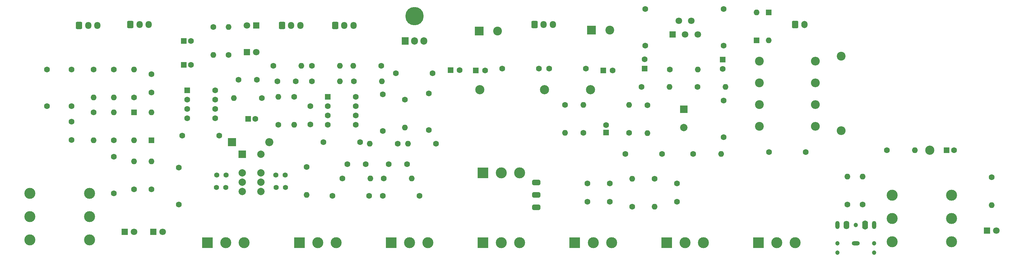
<source format=gbr>
%TF.GenerationSoftware,KiCad,Pcbnew,9.0.1*%
%TF.CreationDate,2025-09-01T21:50:29+02:00*%
%TF.ProjectId,my_mg10,6d795f6d-6731-4302-9e6b-696361645f70,rev?*%
%TF.SameCoordinates,Original*%
%TF.FileFunction,Soldermask,Top*%
%TF.FilePolarity,Negative*%
%FSLAX46Y46*%
G04 Gerber Fmt 4.6, Leading zero omitted, Abs format (unit mm)*
G04 Created by KiCad (PCBNEW 9.0.1) date 2025-09-01 21:50:29*
%MOMM*%
%LPD*%
G01*
G04 APERTURE LIST*
G04 Aperture macros list*
%AMRoundRect*
0 Rectangle with rounded corners*
0 $1 Rounding radius*
0 $2 $3 $4 $5 $6 $7 $8 $9 X,Y pos of 4 corners*
0 Add a 4 corners polygon primitive as box body*
4,1,4,$2,$3,$4,$5,$6,$7,$8,$9,$2,$3,0*
0 Add four circle primitives for the rounded corners*
1,1,$1+$1,$2,$3*
1,1,$1+$1,$4,$5*
1,1,$1+$1,$6,$7*
1,1,$1+$1,$8,$9*
0 Add four rect primitives between the rounded corners*
20,1,$1+$1,$2,$3,$4,$5,0*
20,1,$1+$1,$4,$5,$6,$7,0*
20,1,$1+$1,$6,$7,$8,$9,0*
20,1,$1+$1,$8,$9,$2,$3,0*%
%AMFreePoly0*
4,1,23,0.500000,-0.750000,0.000000,-0.750000,0.000000,-0.745722,-0.065263,-0.745722,-0.191342,-0.711940,-0.304381,-0.646677,-0.396677,-0.554381,-0.461940,-0.441342,-0.495722,-0.315263,-0.495722,-0.250000,-0.500000,-0.250000,-0.500000,0.250000,-0.495722,0.250000,-0.495722,0.315263,-0.461940,0.441342,-0.396677,0.554381,-0.304381,0.646677,-0.191342,0.711940,-0.065263,0.745722,0.000000,0.745722,
0.000000,0.750000,0.500000,0.750000,0.500000,-0.750000,0.500000,-0.750000,$1*%
%AMFreePoly1*
4,1,23,0.000000,0.745722,0.065263,0.745722,0.191342,0.711940,0.304381,0.646677,0.396677,0.554381,0.461940,0.441342,0.495722,0.315263,0.495722,0.250000,0.500000,0.250000,0.500000,-0.250000,0.495722,-0.250000,0.495722,-0.315263,0.461940,-0.441342,0.396677,-0.554381,0.304381,-0.646677,0.191342,-0.711940,0.065263,-0.745722,0.000000,-0.745722,0.000000,-0.750000,-0.500000,-0.750000,
-0.500000,0.750000,0.000000,0.750000,0.000000,0.745722,0.000000,0.745722,$1*%
G04 Aperture macros list end*
%ADD10FreePoly0,180.000000*%
%ADD11FreePoly1,180.000000*%
%ADD12C,1.600000*%
%ADD13R,1.800000X1.800000*%
%ADD14C,1.800000*%
%ADD15O,1.600000X1.600000*%
%ADD16C,2.500000*%
%ADD17C,3.000000*%
%ADD18R,1.600000X1.600000*%
%ADD19C,2.400000*%
%ADD20O,2.400000X2.400000*%
%ADD21R,3.000000X3.000000*%
%ADD22R,2.400000X2.400000*%
%ADD23R,2.200000X2.200000*%
%ADD24O,2.200000X2.200000*%
%ADD25RoundRect,0.250000X-0.600000X-0.725000X0.600000X-0.725000X0.600000X0.725000X-0.600000X0.725000X0*%
%ADD26O,1.700000X1.950000*%
%ADD27R,2.000000X2.000000*%
%ADD28C,2.000000*%
%ADD29C,0.800000*%
%ADD30C,5.000000*%
%ADD31RoundRect,0.250000X-0.550000X-0.550000X0.550000X-0.550000X0.550000X0.550000X-0.550000X0.550000X0*%
%ADD32FreePoly0,0.000000*%
%ADD33FreePoly1,0.000000*%
%ADD34C,1.200000*%
%ADD35O,1.200000X2.200000*%
%ADD36O,1.600000X2.300000*%
%ADD37O,2.200000X1.200000*%
%ADD38O,1.600000X2.500000*%
%ADD39RoundRect,0.250000X-0.600000X-0.750000X0.600000X-0.750000X0.600000X0.750000X-0.600000X0.750000X0*%
%ADD40O,1.700000X2.000000*%
%ADD41C,1.400000*%
%ADD42R,1.905000X2.000000*%
%ADD43O,1.905000X2.000000*%
G04 APERTURE END LIST*
%TO.C,JP4*%
G36*
X155900000Y-108550000D02*
G01*
X155600000Y-108550000D01*
X155600000Y-107050000D01*
X155900000Y-107050000D01*
X155900000Y-108550000D01*
G37*
%TO.C,JP3*%
G36*
X155600000Y-113850000D02*
G01*
X155900000Y-113850000D01*
X155900000Y-115350000D01*
X155600000Y-115350000D01*
X155600000Y-113850000D01*
G37*
%TO.C,JP2*%
G36*
X155900000Y-111950000D02*
G01*
X155600000Y-111950000D01*
X155600000Y-110450000D01*
X155900000Y-110450000D01*
X155900000Y-111950000D01*
G37*
%TD*%
D10*
%TO.C,JP4*%
X156400000Y-107800000D03*
D11*
X155100000Y-107800000D03*
%TD*%
D12*
%TO.C,C37*%
X114000000Y-93750000D03*
X114000000Y-83750000D03*
%TD*%
%TO.C,C17*%
X79700000Y-79800000D03*
X74700000Y-79800000D03*
%TD*%
D13*
%TO.C,D6*%
X76990000Y-72250000D03*
D14*
X79530000Y-72250000D03*
%TD*%
D12*
%TO.C,R36*%
X251250000Y-99000000D03*
D15*
X258870000Y-99000000D03*
%TD*%
D16*
%TO.C,TP2*%
X158000000Y-82500000D03*
%TD*%
D12*
%TO.C,R41*%
X51000000Y-109680000D03*
D15*
X51000000Y-102060000D03*
%TD*%
D12*
%TO.C,R25*%
X199690000Y-81750000D03*
D15*
X207310000Y-81750000D03*
%TD*%
D12*
%TO.C,R40*%
X118000000Y-97250000D03*
D15*
X110380000Y-97250000D03*
%TD*%
D12*
%TO.C,C23*%
X185434784Y-60500000D03*
X185434784Y-70500000D03*
%TD*%
D17*
%TO.C,J1*%
X34115000Y-117125000D03*
X17885000Y-117125000D03*
X34115000Y-123475000D03*
X17885000Y-123475000D03*
X34115000Y-110775000D03*
X17885000Y-110775000D03*
%TD*%
D12*
%TO.C,C6*%
X29250000Y-91190000D03*
X29250000Y-96190000D03*
%TD*%
D18*
%TO.C,C27*%
X185250000Y-76750000D03*
D12*
X185250000Y-74250000D03*
%TD*%
%TO.C,R24*%
X181900000Y-114410000D03*
D15*
X181900000Y-106790000D03*
%TD*%
D19*
%TO.C,R32*%
X216510000Y-86583333D03*
D20*
X231750000Y-86583333D03*
%TD*%
D16*
%TO.C,TP3*%
X140400000Y-82500000D03*
%TD*%
D12*
%TO.C,C14*%
X107800000Y-96800000D03*
X97800000Y-96800000D03*
%TD*%
%TO.C,C35*%
X90250000Y-80250000D03*
X85250000Y-80250000D03*
%TD*%
D18*
%TO.C,C26*%
X206500000Y-74317621D03*
D12*
X206500000Y-76817621D03*
%TD*%
D13*
%TO.C,D3*%
X51475000Y-121250000D03*
D14*
X54015000Y-121250000D03*
%TD*%
D13*
%TO.C,D7*%
X79540000Y-65000000D03*
D14*
X77000000Y-65000000D03*
%TD*%
D21*
%TO.C,RV6*%
X166250000Y-124250000D03*
D17*
X171250000Y-124250000D03*
X176250000Y-124250000D03*
%TD*%
D12*
%TO.C,R39*%
X128410000Y-97250000D03*
D15*
X120790000Y-97250000D03*
%TD*%
D18*
%TO.C,C16*%
X132417621Y-77200000D03*
D12*
X134917621Y-77200000D03*
%TD*%
D21*
%TO.C,RV1*%
X66250000Y-124250000D03*
D17*
X71250000Y-124250000D03*
X76250000Y-124250000D03*
%TD*%
D12*
%TO.C,C32*%
X104300000Y-102800000D03*
X109300000Y-102800000D03*
%TD*%
D16*
%TO.C,TP1*%
X170500000Y-82500000D03*
%TD*%
D22*
%TO.C,C10*%
X140184784Y-66500000D03*
D19*
X145184784Y-66500000D03*
%TD*%
D18*
%TO.C,C13*%
X59750000Y-75750000D03*
D12*
X61750000Y-75750000D03*
%TD*%
%TO.C,R8*%
X72000000Y-73010000D03*
D15*
X72000000Y-65390000D03*
%TD*%
D12*
%TO.C,R26*%
X102990000Y-106700000D03*
D15*
X110610000Y-106700000D03*
%TD*%
D19*
%TO.C,R35*%
X216510000Y-92500000D03*
D20*
X231750000Y-92500000D03*
%TD*%
D12*
%TO.C,R10*%
X84190000Y-76000000D03*
D15*
X91810000Y-76000000D03*
%TD*%
D18*
%TO.C,C12*%
X59750000Y-69250000D03*
D12*
X61750000Y-69250000D03*
%TD*%
D23*
%TO.C,D1*%
X72920000Y-96800000D03*
D24*
X83080000Y-96800000D03*
%TD*%
D12*
%TO.C,R4*%
X40750000Y-77000000D03*
D15*
X40750000Y-84620000D03*
%TD*%
D25*
%TO.C,SW2*%
X45250000Y-64750000D03*
D26*
X47750000Y-64750000D03*
X50250000Y-64750000D03*
%TD*%
D12*
%TO.C,R12*%
X240500000Y-113810000D03*
D15*
X240500000Y-106190000D03*
%TD*%
D27*
%TO.C,K1*%
X75720000Y-100120000D03*
D28*
X75720000Y-105200000D03*
X75720000Y-107740000D03*
X75720000Y-110280000D03*
X80800000Y-110280000D03*
X80800000Y-107740000D03*
X80800000Y-105200000D03*
X80800000Y-100120000D03*
%TD*%
D12*
%TO.C,C18*%
X58400000Y-103800000D03*
X58400000Y-113800000D03*
%TD*%
D19*
%TO.C,R29*%
X216510000Y-74750000D03*
D20*
X231750000Y-74750000D03*
%TD*%
D12*
%TO.C,R27*%
X114240000Y-106700000D03*
D15*
X121860000Y-106700000D03*
%TD*%
D12*
%TO.C,R23*%
X188000000Y-106790000D03*
D15*
X188000000Y-114410000D03*
%TD*%
D12*
%TO.C,C2*%
X169250000Y-76750000D03*
X159250000Y-76750000D03*
%TD*%
%TO.C,C31*%
X100250000Y-111500000D03*
X110250000Y-111500000D03*
%TD*%
D18*
%TO.C,D10*%
X215750000Y-69060000D03*
D15*
X215750000Y-61440000D03*
%TD*%
D12*
%TO.C,R13*%
X81010000Y-84800000D03*
D15*
X73390000Y-84800000D03*
%TD*%
D12*
%TO.C,R1*%
X40750000Y-96310000D03*
D15*
X40750000Y-88690000D03*
%TD*%
D29*
%TO.C,H1*%
X120700825Y-62424175D03*
X121250000Y-61098350D03*
X121250000Y-63750000D03*
X122575825Y-60549175D03*
D30*
X122575825Y-62424175D03*
D29*
X122575825Y-64299175D03*
X123901650Y-61098350D03*
X123901650Y-63750000D03*
X124450825Y-62424175D03*
%TD*%
D12*
%TO.C,R7*%
X94690000Y-76000000D03*
D15*
X102310000Y-76000000D03*
%TD*%
D12*
%TO.C,R33*%
X89810000Y-84440000D03*
D15*
X89810000Y-92060000D03*
%TD*%
D17*
%TO.C,J6*%
X268865000Y-117650000D03*
X252635000Y-117650000D03*
X268865000Y-124000000D03*
X252635000Y-124000000D03*
X268865000Y-111300000D03*
X252635000Y-111300000D03*
%TD*%
D12*
%TO.C,C5*%
X22500000Y-87000000D03*
X22500000Y-77000000D03*
%TD*%
D31*
%TO.C,U2*%
X99000000Y-84440000D03*
D12*
X99000000Y-86980000D03*
X99000000Y-89520000D03*
X99000000Y-92060000D03*
X106620000Y-92060000D03*
X106620000Y-89520000D03*
X106620000Y-86980000D03*
X106620000Y-84440000D03*
%TD*%
D32*
%TO.C,JP3*%
X155100000Y-114600000D03*
D33*
X156400000Y-114600000D03*
%TD*%
D18*
%TO.C,D5*%
X46250000Y-88690000D03*
D15*
X46250000Y-96310000D03*
%TD*%
D18*
%TO.C,C21*%
X174750000Y-94205112D03*
D12*
X174750000Y-92205112D03*
%TD*%
%TO.C,R34*%
X120000000Y-85190000D03*
D15*
X120000000Y-92810000D03*
%TD*%
D18*
%TO.C,C7*%
X174000000Y-77250000D03*
D12*
X176500000Y-77250000D03*
%TD*%
%TO.C,C34*%
X124000000Y-111500000D03*
X114000000Y-111500000D03*
%TD*%
D25*
%TO.C,J4*%
X101000000Y-65000000D03*
D26*
X103500000Y-65000000D03*
X106000000Y-65000000D03*
%TD*%
D12*
%TO.C,C39*%
X126500000Y-93500000D03*
X126500000Y-83500000D03*
%TD*%
%TO.C,C41*%
X117500000Y-78000000D03*
X127500000Y-78000000D03*
%TD*%
%TO.C,R21*%
X186000000Y-86750000D03*
D15*
X186000000Y-94370000D03*
%TD*%
D12*
%TO.C,R16*%
X93200000Y-103590000D03*
D15*
X93200000Y-111210000D03*
%TD*%
D27*
%TO.C,C24*%
X195940000Y-87882323D03*
D28*
X195940000Y-92882323D03*
%TD*%
D12*
%TO.C,C33*%
X115550000Y-102800000D03*
X120550000Y-102800000D03*
%TD*%
%TO.C,R38*%
X94630000Y-80250000D03*
D15*
X102250000Y-80250000D03*
%TD*%
D18*
%TO.C,D9*%
X219000000Y-61440000D03*
D15*
X219000000Y-69060000D03*
%TD*%
D34*
%TO.C,J3*%
X237750000Y-124450000D03*
X237750000Y-126950000D03*
X242750000Y-119450000D03*
X247750000Y-124450000D03*
X247750000Y-126950000D03*
D35*
X237750000Y-119450000D03*
D36*
X240250000Y-119450000D03*
D37*
X242750000Y-124450000D03*
D35*
X247750000Y-119450000D03*
D38*
X245250000Y-119450000D03*
%TD*%
D19*
%TO.C,R31*%
X216510000Y-80666667D03*
D20*
X231750000Y-80666667D03*
%TD*%
D21*
%TO.C,RV3*%
X91250000Y-124250000D03*
D17*
X96250000Y-124250000D03*
X101250000Y-124250000D03*
%TD*%
D12*
%TO.C,C29*%
X194100000Y-108100000D03*
X194100000Y-113100000D03*
%TD*%
%TO.C,R6*%
X67800000Y-65390000D03*
D15*
X67800000Y-73010000D03*
%TD*%
D12*
%TO.C,R19*%
X168600000Y-94310000D03*
D15*
X168600000Y-86690000D03*
%TD*%
D13*
%TO.C,D8*%
X278475000Y-120975000D03*
D14*
X281015000Y-120975000D03*
%TD*%
D12*
%TO.C,R17*%
X198440000Y-100000000D03*
D15*
X206060000Y-100000000D03*
%TD*%
D18*
%TO.C,C19*%
X77294888Y-90500000D03*
D12*
X79294888Y-90500000D03*
%TD*%
D39*
%TO.C,LS1*%
X226250000Y-64750000D03*
D40*
X228750000Y-64750000D03*
%TD*%
D12*
%TO.C,C4*%
X29250000Y-87000000D03*
X29250000Y-77000000D03*
%TD*%
%TO.C,C25*%
X175800000Y-113100000D03*
X175800000Y-108100000D03*
%TD*%
D41*
%TO.C,JP6*%
X87400000Y-105800000D03*
X84860000Y-105800000D03*
%TD*%
%TO.C,JP5*%
X84900000Y-109200000D03*
X87440000Y-109200000D03*
%TD*%
%TO.C,JP7*%
X71250000Y-109200000D03*
X68710000Y-109200000D03*
%TD*%
D18*
%TO.C,D4*%
X51000000Y-96310000D03*
D15*
X51000000Y-88690000D03*
%TD*%
D31*
%TO.C,U1*%
X60690000Y-82690000D03*
D12*
X60690000Y-85230000D03*
X60690000Y-87770000D03*
X60690000Y-90310000D03*
X68310000Y-90310000D03*
X68310000Y-87770000D03*
X68310000Y-85230000D03*
X68310000Y-82690000D03*
%TD*%
%TO.C,R9*%
X113560000Y-76000000D03*
D15*
X105940000Y-76000000D03*
%TD*%
D18*
%TO.C,C8*%
X139317620Y-77250000D03*
D12*
X141817620Y-77250000D03*
%TD*%
%TO.C,R42*%
X46250000Y-109680000D03*
D15*
X46250000Y-102060000D03*
%TD*%
D12*
%TO.C,C22*%
X206750000Y-70500000D03*
X206750000Y-60500000D03*
%TD*%
D16*
%TO.C,TP17*%
X262900000Y-99000000D03*
%TD*%
D12*
%TO.C,C11*%
X51000000Y-83310000D03*
X51000000Y-78310000D03*
%TD*%
D21*
%TO.C,RV2*%
X116250000Y-124250000D03*
D17*
X121250000Y-124250000D03*
X126250000Y-124250000D03*
%TD*%
D22*
%TO.C,C9*%
X170750000Y-66250000D03*
D19*
X175750000Y-66250000D03*
%TD*%
D18*
%TO.C,C40*%
X267500000Y-99000000D03*
D12*
X269500000Y-99000000D03*
%TD*%
D13*
%TO.C,U4*%
X192900000Y-67400000D03*
D14*
X194600000Y-63700000D03*
X196300000Y-67400000D03*
X198000000Y-63700000D03*
X199700000Y-67400000D03*
%TD*%
D12*
%TO.C,C28*%
X206750000Y-95500000D03*
X206750000Y-85500000D03*
%TD*%
%TO.C,R11*%
X244650000Y-113810000D03*
D15*
X244650000Y-106190000D03*
%TD*%
D41*
%TO.C,JP8*%
X68750000Y-105800000D03*
X71290000Y-105800000D03*
%TD*%
D25*
%TO.C,J2*%
X155250000Y-64750000D03*
D26*
X157750000Y-64750000D03*
X160250000Y-64750000D03*
%TD*%
D12*
%TO.C,C36*%
X219130000Y-99500000D03*
X229130000Y-99500000D03*
%TD*%
D42*
%TO.C,U3*%
X120035825Y-69244175D03*
D43*
X122575825Y-69244175D03*
X125115825Y-69244175D03*
%TD*%
D21*
%TO.C,RV4*%
X191250000Y-124250000D03*
D17*
X196250000Y-124250000D03*
X201250000Y-124250000D03*
%TD*%
D12*
%TO.C,C38*%
X94250000Y-92000000D03*
X94250000Y-87000000D03*
%TD*%
%TO.C,C15*%
X69400000Y-95000000D03*
X59400000Y-95000000D03*
%TD*%
%TO.C,R3*%
X35250000Y-77000000D03*
D15*
X35250000Y-84620000D03*
%TD*%
D21*
%TO.C,RV8*%
X216250000Y-124250000D03*
D17*
X221250000Y-124250000D03*
X226250000Y-124250000D03*
%TD*%
D12*
%TO.C,R2*%
X35250000Y-88690000D03*
D15*
X35250000Y-96310000D03*
%TD*%
D12*
%TO.C,R15*%
X279750000Y-106390000D03*
D15*
X279750000Y-114010000D03*
%TD*%
D12*
%TO.C,R18*%
X181000000Y-94310000D03*
D15*
X181000000Y-86690000D03*
%TD*%
D21*
%TO.C,RV5*%
X141250000Y-124250000D03*
D17*
X146250000Y-124250000D03*
X151250000Y-124250000D03*
%TD*%
D25*
%TO.C,SW1*%
X31250000Y-65000000D03*
D26*
X33750000Y-65000000D03*
X36250000Y-65000000D03*
%TD*%
D12*
%TO.C,R20*%
X184440000Y-81750000D03*
D15*
X192060000Y-81750000D03*
%TD*%
D13*
%TO.C,D2*%
X43725000Y-121250000D03*
D14*
X46265000Y-121250000D03*
%TD*%
D19*
%TO.C,R37*%
X238750000Y-73340000D03*
D20*
X238750000Y-93660000D03*
%TD*%
D12*
%TO.C,C3*%
X156500000Y-76750000D03*
X146500000Y-76750000D03*
%TD*%
%TO.C,C1*%
X40750000Y-110810000D03*
X40750000Y-100810000D03*
%TD*%
%TO.C,C30*%
X169700000Y-108100000D03*
X169700000Y-113100000D03*
%TD*%
D21*
%TO.C,RV7*%
X141200000Y-105200000D03*
D17*
X146200000Y-105200000D03*
X151200000Y-105200000D03*
%TD*%
D12*
%TO.C,C20*%
X180000000Y-100000000D03*
X190000000Y-100000000D03*
%TD*%
%TO.C,R5*%
X46250000Y-84620000D03*
D15*
X46250000Y-77000000D03*
%TD*%
D12*
%TO.C,R30*%
X106070000Y-80250000D03*
D15*
X113690000Y-80250000D03*
%TD*%
D12*
%TO.C,R28*%
X85500000Y-92060000D03*
D15*
X85500000Y-84440000D03*
%TD*%
D12*
%TO.C,R22*%
X192130000Y-77000000D03*
D15*
X199750000Y-77000000D03*
%TD*%
D25*
%TO.C,J5*%
X86500000Y-65000000D03*
D26*
X89000000Y-65000000D03*
X91500000Y-65000000D03*
%TD*%
D10*
%TO.C,JP2*%
X156400000Y-111200000D03*
D11*
X155100000Y-111200000D03*
%TD*%
D12*
%TO.C,R14*%
X163600000Y-86690000D03*
D15*
X163600000Y-94310000D03*
%TD*%
M02*

</source>
